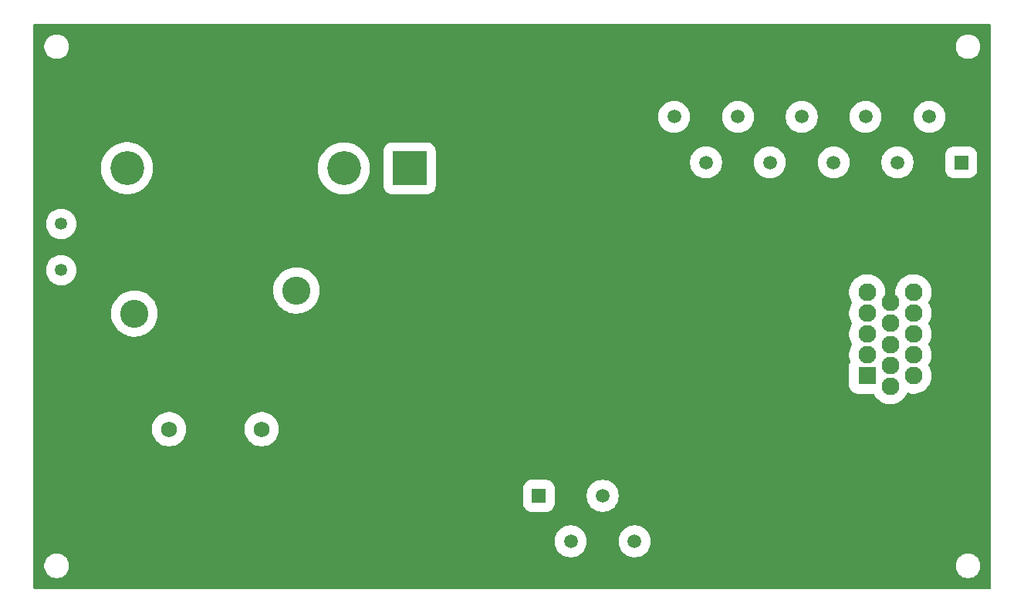
<source format=gbl>
%TF.GenerationSoftware,KiCad,Pcbnew,9.0.2*%
%TF.CreationDate,2025-06-28T00:07:33+08:00*%
%TF.ProjectId,KAPTON-HEATERV2,4b415054-4f4e-42d4-9845-415445525632,rev?*%
%TF.SameCoordinates,Original*%
%TF.FileFunction,Copper,L2,Bot*%
%TF.FilePolarity,Positive*%
%FSLAX46Y46*%
G04 Gerber Fmt 4.6, Leading zero omitted, Abs format (unit mm)*
G04 Created by KiCad (PCBNEW 9.0.2) date 2025-06-28 00:07:33*
%MOMM*%
%LPD*%
G01*
G04 APERTURE LIST*
%TA.AperFunction,ComponentPad*%
%ADD10C,1.508000*%
%TD*%
%TA.AperFunction,ComponentPad*%
%ADD11R,1.508000X1.508000*%
%TD*%
%TA.AperFunction,ComponentPad*%
%ADD12R,3.716000X3.716000*%
%TD*%
%TA.AperFunction,ComponentPad*%
%ADD13C,3.716000*%
%TD*%
%TA.AperFunction,ComponentPad*%
%ADD14O,1.200000X2.400000*%
%TD*%
%TA.AperFunction,ComponentPad*%
%ADD15R,1.950000X1.950000*%
%TD*%
%TA.AperFunction,ComponentPad*%
%ADD16C,1.950000*%
%TD*%
%TA.AperFunction,ComponentPad*%
%ADD17C,4.216000*%
%TD*%
%TA.AperFunction,ComponentPad*%
%ADD18C,1.350000*%
%TD*%
%TA.AperFunction,ComponentPad*%
%ADD19C,1.755000*%
%TD*%
%TA.AperFunction,ComponentPad*%
%ADD20C,3.090000*%
%TD*%
%TA.AperFunction,ViaPad*%
%ADD21C,2.000000*%
%TD*%
G04 APERTURE END LIST*
D10*
%TO.P,J3,10,10*%
%TO.N,Current Vout*%
X164750000Y-79700000D03*
%TO.P,J3,9,9*%
%TO.N,TH9*%
X168250000Y-84700000D03*
%TO.P,J3,8,8*%
%TO.N,TH8*%
X171750000Y-79700000D03*
%TO.P,J3,7,7*%
%TO.N,TH7*%
X175250000Y-84700000D03*
%TO.P,J3,6,6*%
%TO.N,TH6*%
X178750000Y-79700000D03*
%TO.P,J3,5,5*%
%TO.N,TH5*%
X182250000Y-84700000D03*
%TO.P,J3,4,4*%
%TO.N,TH4*%
X185750000Y-79700000D03*
%TO.P,J3,3,3*%
%TO.N,TH3*%
X189250000Y-84700000D03*
%TO.P,J3,2,2*%
%TO.N,TH2*%
X192750000Y-79700000D03*
D11*
%TO.P,J3,1,1*%
%TO.N,TH1*%
X196250000Y-84700000D03*
%TD*%
D12*
%TO.P,J1,1,+*%
%TO.N,/24V*%
X135722500Y-85360000D03*
D13*
%TO.P,J1,2,-*%
%TO.N,SHUNT HIGH*%
X128522500Y-85360000D03*
D14*
%TO.P,J1,S1*%
%TO.N,GND*%
X138872500Y-79360000D03*
%TO.P,J1,S2*%
X125372500Y-79360000D03*
%TD*%
D11*
%TO.P,J4,1,1*%
%TO.N,PWM*%
X149910000Y-121311750D03*
D10*
%TO.P,J4,2,2*%
%TO.N,RELAY*%
X153410000Y-126311750D03*
%TO.P,J4,3,3*%
%TO.N,10V*%
X156910000Y-121311750D03*
%TO.P,J4,4,4*%
%TO.N,5V*%
X160410000Y-126311750D03*
%TD*%
D15*
%TO.P,J5,1,1*%
%TO.N,TH1*%
X185920000Y-108121750D03*
D16*
%TO.P,J5,2,2*%
%TO.N,TH2*%
X185920000Y-105831750D03*
%TO.P,J5,3,3*%
%TO.N,TH3*%
X185920000Y-103541750D03*
%TO.P,J5,4,4*%
%TO.N,TH4*%
X185920000Y-101251750D03*
%TO.P,J5,5,5*%
%TO.N,TH5*%
X185920000Y-98961750D03*
%TO.P,J5,6,6*%
%TO.N,unconnected-(J5-Pad6)*%
X188460000Y-109261750D03*
%TO.P,J5,7,7*%
%TO.N,unconnected-(J5-Pad7)*%
X188460000Y-106971750D03*
%TO.P,J5,8,8*%
%TO.N,unconnected-(J5-Pad8)*%
X188460000Y-104681750D03*
%TO.P,J5,9,9*%
%TO.N,unconnected-(J5-Pad9)*%
X188460000Y-102391750D03*
%TO.P,J5,10,10*%
%TO.N,GND*%
X188460000Y-100101750D03*
%TO.P,J5,11,11*%
%TO.N,5V*%
X191000000Y-108121750D03*
%TO.P,J5,12,12*%
%TO.N,TH9*%
X191000000Y-105831750D03*
%TO.P,J5,13,13*%
%TO.N,TH8*%
X191000000Y-103541750D03*
%TO.P,J5,14,14*%
%TO.N,TH7*%
X191000000Y-101251750D03*
%TO.P,J5,15,15*%
%TO.N,TH6*%
X191000000Y-98961750D03*
D17*
%TO.P,J5,S1,SHIELD*%
%TO.N,GND*%
X188460000Y-116281750D03*
%TO.P,J5,S2,SHIELD__1*%
X188460000Y-91291750D03*
%TD*%
D18*
%TO.P,F1,1*%
%TO.N,Net-(J2--)*%
X97500000Y-91460000D03*
%TO.P,F1,2*%
%TO.N,Net-(K1-COM)*%
X97500000Y-96540000D03*
%TD*%
D12*
%TO.P,J2,1,+*%
%TO.N,GND*%
X111930000Y-85341750D03*
D13*
%TO.P,J2,2,-*%
%TO.N,Net-(J2--)*%
X104730000Y-85341750D03*
D14*
%TO.P,J2,S1*%
%TO.N,GND*%
X115080000Y-79341750D03*
%TO.P,J2,S2*%
X101580000Y-79341750D03*
%TD*%
D19*
%TO.P,K1,1,COIL_1*%
%TO.N,5V*%
X119500000Y-114000000D03*
%TO.P,K1,2,COIL_2*%
%TO.N,Net-(D1-A)*%
X109340000Y-114000000D03*
D20*
%TO.P,K1,3,COM*%
%TO.N,Net-(K1-COM)*%
X105530000Y-101300000D03*
%TO.P,K1,4,NO*%
%TO.N,/24V*%
X123310000Y-98760000D03*
%TD*%
D21*
%TO.N,GND*%
X156420000Y-82741750D03*
X164420000Y-105741750D03*
X179025000Y-107741750D03*
X164420000Y-103241750D03*
X133920000Y-112241750D03*
X158400000Y-72400000D03*
X165620000Y-121041750D03*
X138000000Y-112241750D03*
X149920000Y-82741750D03*
X130490000Y-124261750D03*
X153420000Y-118241750D03*
X133377500Y-121521750D03*
X161920000Y-100741750D03*
X182000000Y-107741750D03*
X161920000Y-108241750D03*
X156420000Y-85741750D03*
X161920000Y-105741750D03*
X153420000Y-120741750D03*
X161920000Y-103241750D03*
X149920000Y-75741750D03*
X148920000Y-113241750D03*
X169020000Y-121041750D03*
%TD*%
%TA.AperFunction,Conductor*%
%TO.N,GND*%
G36*
X199402539Y-69501935D02*
G01*
X199448294Y-69554739D01*
X199459500Y-69606250D01*
X199459500Y-131457250D01*
X199439815Y-131524289D01*
X199387011Y-131570044D01*
X199335500Y-131581250D01*
X94584500Y-131581250D01*
X94517461Y-131561565D01*
X94471706Y-131508761D01*
X94460500Y-131457250D01*
X94460500Y-128893713D01*
X95649500Y-128893713D01*
X95649500Y-129106286D01*
X95682753Y-129316239D01*
X95748444Y-129518414D01*
X95844951Y-129707820D01*
X95969890Y-129879786D01*
X96120213Y-130030109D01*
X96292179Y-130155048D01*
X96292181Y-130155049D01*
X96292184Y-130155051D01*
X96481588Y-130251557D01*
X96683757Y-130317246D01*
X96893713Y-130350500D01*
X96893714Y-130350500D01*
X97106286Y-130350500D01*
X97106287Y-130350500D01*
X97316243Y-130317246D01*
X97518412Y-130251557D01*
X97707816Y-130155051D01*
X97729789Y-130139086D01*
X97879786Y-130030109D01*
X97879788Y-130030106D01*
X97879792Y-130030104D01*
X98030104Y-129879792D01*
X98030106Y-129879788D01*
X98030109Y-129879786D01*
X98155048Y-129707820D01*
X98155047Y-129707820D01*
X98155051Y-129707816D01*
X98251557Y-129518412D01*
X98317246Y-129316243D01*
X98350500Y-129106287D01*
X98350500Y-128893713D01*
X195649500Y-128893713D01*
X195649500Y-129106286D01*
X195682753Y-129316239D01*
X195748444Y-129518414D01*
X195844951Y-129707820D01*
X195969890Y-129879786D01*
X196120213Y-130030109D01*
X196292179Y-130155048D01*
X196292181Y-130155049D01*
X196292184Y-130155051D01*
X196481588Y-130251557D01*
X196683757Y-130317246D01*
X196893713Y-130350500D01*
X196893714Y-130350500D01*
X197106286Y-130350500D01*
X197106287Y-130350500D01*
X197316243Y-130317246D01*
X197518412Y-130251557D01*
X197707816Y-130155051D01*
X197729789Y-130139086D01*
X197879786Y-130030109D01*
X197879788Y-130030106D01*
X197879792Y-130030104D01*
X198030104Y-129879792D01*
X198030106Y-129879788D01*
X198030109Y-129879786D01*
X198155048Y-129707820D01*
X198155047Y-129707820D01*
X198155051Y-129707816D01*
X198251557Y-129518412D01*
X198317246Y-129316243D01*
X198350500Y-129106287D01*
X198350500Y-128893713D01*
X198317246Y-128683757D01*
X198251557Y-128481588D01*
X198155051Y-128292184D01*
X198155049Y-128292181D01*
X198155048Y-128292179D01*
X198030109Y-128120213D01*
X197879786Y-127969890D01*
X197707820Y-127844951D01*
X197518414Y-127748444D01*
X197518413Y-127748443D01*
X197518412Y-127748443D01*
X197316243Y-127682754D01*
X197316241Y-127682753D01*
X197316240Y-127682753D01*
X197154957Y-127657208D01*
X197106287Y-127649500D01*
X196893713Y-127649500D01*
X196845042Y-127657208D01*
X196683760Y-127682753D01*
X196481585Y-127748444D01*
X196292179Y-127844951D01*
X196120213Y-127969890D01*
X195969890Y-128120213D01*
X195844951Y-128292179D01*
X195748444Y-128481585D01*
X195682753Y-128683760D01*
X195649500Y-128893713D01*
X98350500Y-128893713D01*
X98317246Y-128683757D01*
X98251557Y-128481588D01*
X98155051Y-128292184D01*
X98155049Y-128292181D01*
X98155048Y-128292179D01*
X98030109Y-128120213D01*
X97879786Y-127969890D01*
X97707820Y-127844951D01*
X97518414Y-127748444D01*
X97518413Y-127748443D01*
X97518412Y-127748443D01*
X97316243Y-127682754D01*
X97316241Y-127682753D01*
X97316240Y-127682753D01*
X97154957Y-127657208D01*
X97106287Y-127649500D01*
X96893713Y-127649500D01*
X96845042Y-127657208D01*
X96683760Y-127682753D01*
X96481585Y-127748444D01*
X96292179Y-127844951D01*
X96120213Y-127969890D01*
X95969890Y-128120213D01*
X95844951Y-128292179D01*
X95748444Y-128481585D01*
X95682753Y-128683760D01*
X95649500Y-128893713D01*
X94460500Y-128893713D01*
X94460500Y-126196760D01*
X151655500Y-126196760D01*
X151655500Y-126426739D01*
X151655501Y-126426755D01*
X151685518Y-126654759D01*
X151685519Y-126654764D01*
X151685520Y-126654770D01*
X151685521Y-126654772D01*
X151745046Y-126876925D01*
X151745049Y-126876935D01*
X151833057Y-127089404D01*
X151833061Y-127089414D01*
X151948055Y-127288589D01*
X152088064Y-127471053D01*
X152088070Y-127471060D01*
X152250689Y-127633679D01*
X152250696Y-127633685D01*
X152433160Y-127773694D01*
X152632335Y-127888688D01*
X152632336Y-127888688D01*
X152632339Y-127888690D01*
X152796682Y-127956763D01*
X152828373Y-127969890D01*
X152844824Y-127976704D01*
X153066980Y-128036230D01*
X153295004Y-128066250D01*
X153295011Y-128066250D01*
X153524989Y-128066250D01*
X153524996Y-128066250D01*
X153753020Y-128036230D01*
X153975176Y-127976704D01*
X154187661Y-127888690D01*
X154386840Y-127773694D01*
X154569305Y-127633684D01*
X154731934Y-127471055D01*
X154871944Y-127288590D01*
X154986940Y-127089411D01*
X155074954Y-126876926D01*
X155134480Y-126654770D01*
X155164500Y-126426746D01*
X155164500Y-126196760D01*
X158655500Y-126196760D01*
X158655500Y-126426739D01*
X158655501Y-126426755D01*
X158685518Y-126654759D01*
X158685519Y-126654764D01*
X158685520Y-126654770D01*
X158685521Y-126654772D01*
X158745046Y-126876925D01*
X158745049Y-126876935D01*
X158833057Y-127089404D01*
X158833061Y-127089414D01*
X158948055Y-127288589D01*
X159088064Y-127471053D01*
X159088070Y-127471060D01*
X159250689Y-127633679D01*
X159250696Y-127633685D01*
X159433160Y-127773694D01*
X159632335Y-127888688D01*
X159632336Y-127888688D01*
X159632339Y-127888690D01*
X159796682Y-127956763D01*
X159828373Y-127969890D01*
X159844824Y-127976704D01*
X160066980Y-128036230D01*
X160295004Y-128066250D01*
X160295011Y-128066250D01*
X160524989Y-128066250D01*
X160524996Y-128066250D01*
X160753020Y-128036230D01*
X160975176Y-127976704D01*
X161187661Y-127888690D01*
X161386840Y-127773694D01*
X161569305Y-127633684D01*
X161731934Y-127471055D01*
X161871944Y-127288590D01*
X161986940Y-127089411D01*
X162074954Y-126876926D01*
X162134480Y-126654770D01*
X162164500Y-126426746D01*
X162164500Y-126196754D01*
X162134480Y-125968730D01*
X162074954Y-125746574D01*
X161986940Y-125534089D01*
X161871944Y-125334910D01*
X161731934Y-125152445D01*
X161731929Y-125152439D01*
X161569310Y-124989820D01*
X161569303Y-124989814D01*
X161386839Y-124849805D01*
X161187664Y-124734811D01*
X161187654Y-124734807D01*
X160975185Y-124646799D01*
X160975178Y-124646797D01*
X160975176Y-124646796D01*
X160753020Y-124587270D01*
X160753014Y-124587269D01*
X160753009Y-124587268D01*
X160525005Y-124557251D01*
X160525002Y-124557250D01*
X160524996Y-124557250D01*
X160295004Y-124557250D01*
X160294998Y-124557250D01*
X160294994Y-124557251D01*
X160066990Y-124587268D01*
X160066983Y-124587269D01*
X160066980Y-124587270D01*
X159844824Y-124646796D01*
X159844814Y-124646799D01*
X159632345Y-124734807D01*
X159632335Y-124734811D01*
X159433160Y-124849805D01*
X159250696Y-124989814D01*
X159250689Y-124989820D01*
X159088070Y-125152439D01*
X159088064Y-125152446D01*
X158948055Y-125334910D01*
X158833061Y-125534085D01*
X158833057Y-125534095D01*
X158745049Y-125746564D01*
X158745046Y-125746574D01*
X158685521Y-125968727D01*
X158685518Y-125968740D01*
X158655501Y-126196744D01*
X158655500Y-126196760D01*
X155164500Y-126196760D01*
X155164500Y-126196754D01*
X155134480Y-125968730D01*
X155074954Y-125746574D01*
X154986940Y-125534089D01*
X154871944Y-125334910D01*
X154731934Y-125152445D01*
X154731929Y-125152439D01*
X154569310Y-124989820D01*
X154569303Y-124989814D01*
X154386839Y-124849805D01*
X154187664Y-124734811D01*
X154187654Y-124734807D01*
X153975185Y-124646799D01*
X153975178Y-124646797D01*
X153975176Y-124646796D01*
X153753020Y-124587270D01*
X153753014Y-124587269D01*
X153753009Y-124587268D01*
X153525005Y-124557251D01*
X153525002Y-124557250D01*
X153524996Y-124557250D01*
X153295004Y-124557250D01*
X153294998Y-124557250D01*
X153294994Y-124557251D01*
X153066990Y-124587268D01*
X153066983Y-124587269D01*
X153066980Y-124587270D01*
X152844824Y-124646796D01*
X152844814Y-124646799D01*
X152632345Y-124734807D01*
X152632335Y-124734811D01*
X152433160Y-124849805D01*
X152250696Y-124989814D01*
X152250689Y-124989820D01*
X152088070Y-125152439D01*
X152088064Y-125152446D01*
X151948055Y-125334910D01*
X151833061Y-125534085D01*
X151833057Y-125534095D01*
X151745049Y-125746564D01*
X151745046Y-125746574D01*
X151685521Y-125968727D01*
X151685518Y-125968740D01*
X151655501Y-126196744D01*
X151655500Y-126196760D01*
X94460500Y-126196760D01*
X94460500Y-120499716D01*
X148155500Y-120499716D01*
X148155500Y-122123778D01*
X148155501Y-122123784D01*
X148166113Y-122243165D01*
X148222089Y-122438795D01*
X148222090Y-122438798D01*
X148222091Y-122438799D01*
X148316302Y-122619157D01*
X148316304Y-122619159D01*
X148444890Y-122776859D01*
X148538803Y-122853434D01*
X148602593Y-122905448D01*
X148782951Y-122999659D01*
X148978582Y-123055636D01*
X149097963Y-123066250D01*
X150722036Y-123066249D01*
X150841418Y-123055636D01*
X151037049Y-122999659D01*
X151217407Y-122905448D01*
X151375109Y-122776859D01*
X151503698Y-122619157D01*
X151597909Y-122438799D01*
X151653886Y-122243168D01*
X151664500Y-122123787D01*
X151664499Y-121196760D01*
X155155500Y-121196760D01*
X155155500Y-121426739D01*
X155155501Y-121426755D01*
X155185518Y-121654759D01*
X155185519Y-121654764D01*
X155185520Y-121654770D01*
X155185521Y-121654772D01*
X155245046Y-121876925D01*
X155245049Y-121876935D01*
X155333057Y-122089404D01*
X155333061Y-122089414D01*
X155448055Y-122288589D01*
X155588064Y-122471053D01*
X155588070Y-122471060D01*
X155750689Y-122633679D01*
X155750696Y-122633685D01*
X155933160Y-122773694D01*
X156132335Y-122888688D01*
X156132336Y-122888688D01*
X156132339Y-122888690D01*
X156344824Y-122976704D01*
X156566980Y-123036230D01*
X156795004Y-123066250D01*
X156795011Y-123066250D01*
X157024989Y-123066250D01*
X157024996Y-123066250D01*
X157253020Y-123036230D01*
X157475176Y-122976704D01*
X157687661Y-122888690D01*
X157886840Y-122773694D01*
X158069305Y-122633684D01*
X158231934Y-122471055D01*
X158371944Y-122288590D01*
X158486940Y-122089411D01*
X158574954Y-121876926D01*
X158634480Y-121654770D01*
X158664500Y-121426746D01*
X158664500Y-121196754D01*
X158634480Y-120968730D01*
X158574954Y-120746574D01*
X158486940Y-120534089D01*
X158371944Y-120334910D01*
X158231934Y-120152445D01*
X158231929Y-120152439D01*
X158069310Y-119989820D01*
X158069303Y-119989814D01*
X157886839Y-119849805D01*
X157687664Y-119734811D01*
X157687654Y-119734807D01*
X157475185Y-119646799D01*
X157475178Y-119646797D01*
X157475176Y-119646796D01*
X157253020Y-119587270D01*
X157253014Y-119587269D01*
X157253009Y-119587268D01*
X157025005Y-119557251D01*
X157025002Y-119557250D01*
X157024996Y-119557250D01*
X156795004Y-119557250D01*
X156794998Y-119557250D01*
X156794994Y-119557251D01*
X156566990Y-119587268D01*
X156566983Y-119587269D01*
X156566980Y-119587270D01*
X156430494Y-119623841D01*
X156344824Y-119646796D01*
X156344814Y-119646799D01*
X156132345Y-119734807D01*
X156132335Y-119734811D01*
X155933160Y-119849805D01*
X155750696Y-119989814D01*
X155750689Y-119989820D01*
X155588070Y-120152439D01*
X155588064Y-120152446D01*
X155448055Y-120334910D01*
X155333061Y-120534085D01*
X155333057Y-120534095D01*
X155245049Y-120746564D01*
X155245046Y-120746574D01*
X155185521Y-120968727D01*
X155185518Y-120968740D01*
X155155501Y-121196744D01*
X155155500Y-121196760D01*
X151664499Y-121196760D01*
X151664499Y-120499714D01*
X151653886Y-120380332D01*
X151597909Y-120184701D01*
X151503698Y-120004343D01*
X151451684Y-119940553D01*
X151375109Y-119846640D01*
X151217409Y-119718054D01*
X151217410Y-119718054D01*
X151217407Y-119718052D01*
X151037049Y-119623841D01*
X151037048Y-119623840D01*
X151037045Y-119623839D01*
X150909232Y-119587268D01*
X150841418Y-119567864D01*
X150841415Y-119567863D01*
X150841413Y-119567863D01*
X150775102Y-119561967D01*
X150722037Y-119557250D01*
X150722032Y-119557250D01*
X149097971Y-119557250D01*
X149097965Y-119557250D01*
X149097964Y-119557251D01*
X149086316Y-119558286D01*
X148978584Y-119567863D01*
X148782954Y-119623839D01*
X148739000Y-119646799D01*
X148602593Y-119718052D01*
X148602591Y-119718053D01*
X148602590Y-119718054D01*
X148444890Y-119846640D01*
X148316304Y-120004340D01*
X148222089Y-120184704D01*
X148166114Y-120380333D01*
X148166113Y-120380336D01*
X148155500Y-120499716D01*
X94460500Y-120499716D01*
X94460500Y-113876915D01*
X107462000Y-113876915D01*
X107462000Y-114123084D01*
X107462001Y-114123100D01*
X107494131Y-114367155D01*
X107494132Y-114367160D01*
X107494133Y-114367166D01*
X107494134Y-114367168D01*
X107557848Y-114604956D01*
X107652056Y-114832394D01*
X107652060Y-114832404D01*
X107775148Y-115045599D01*
X107925013Y-115240907D01*
X107925019Y-115240914D01*
X108099085Y-115414980D01*
X108099092Y-115414986D01*
X108294400Y-115564851D01*
X108507595Y-115687939D01*
X108507596Y-115687939D01*
X108507599Y-115687941D01*
X108735041Y-115782151D01*
X108972834Y-115845867D01*
X109216909Y-115878000D01*
X109216916Y-115878000D01*
X109463084Y-115878000D01*
X109463091Y-115878000D01*
X109707166Y-115845867D01*
X109944959Y-115782151D01*
X110172401Y-115687941D01*
X110385600Y-115564851D01*
X110580909Y-115414985D01*
X110754985Y-115240909D01*
X110904851Y-115045600D01*
X111027941Y-114832401D01*
X111122151Y-114604959D01*
X111185867Y-114367166D01*
X111218000Y-114123091D01*
X111218000Y-113876915D01*
X117622000Y-113876915D01*
X117622000Y-114123084D01*
X117622001Y-114123100D01*
X117654131Y-114367155D01*
X117654132Y-114367160D01*
X117654133Y-114367166D01*
X117654134Y-114367168D01*
X117717848Y-114604956D01*
X117812056Y-114832394D01*
X117812060Y-114832404D01*
X117935148Y-115045599D01*
X118085013Y-115240907D01*
X118085019Y-115240914D01*
X118259085Y-115414980D01*
X118259092Y-115414986D01*
X118454400Y-115564851D01*
X118667595Y-115687939D01*
X118667596Y-115687939D01*
X118667599Y-115687941D01*
X118895041Y-115782151D01*
X119132834Y-115845867D01*
X119376909Y-115878000D01*
X119376916Y-115878000D01*
X119623084Y-115878000D01*
X119623091Y-115878000D01*
X119867166Y-115845867D01*
X120104959Y-115782151D01*
X120332401Y-115687941D01*
X120545600Y-115564851D01*
X120740909Y-115414985D01*
X120914985Y-115240909D01*
X121064851Y-115045600D01*
X121187941Y-114832401D01*
X121282151Y-114604959D01*
X121345867Y-114367166D01*
X121378000Y-114123091D01*
X121378000Y-113876909D01*
X121345867Y-113632834D01*
X121282151Y-113395041D01*
X121187941Y-113167599D01*
X121064851Y-112954400D01*
X120914985Y-112759091D01*
X120914980Y-112759085D01*
X120740914Y-112585019D01*
X120740907Y-112585013D01*
X120545599Y-112435148D01*
X120332404Y-112312060D01*
X120332394Y-112312056D01*
X120265786Y-112284466D01*
X120104959Y-112217849D01*
X120104957Y-112217848D01*
X120104956Y-112217848D01*
X120034311Y-112198919D01*
X119867166Y-112154133D01*
X119867160Y-112154132D01*
X119867155Y-112154131D01*
X119623100Y-112122001D01*
X119623097Y-112122000D01*
X119623091Y-112122000D01*
X119376909Y-112122000D01*
X119376903Y-112122000D01*
X119376899Y-112122001D01*
X119132844Y-112154131D01*
X119132837Y-112154132D01*
X119132834Y-112154133D01*
X119062186Y-112173062D01*
X118895043Y-112217848D01*
X118667605Y-112312056D01*
X118667595Y-112312060D01*
X118454400Y-112435148D01*
X118259092Y-112585013D01*
X118259085Y-112585019D01*
X118085019Y-112759085D01*
X118085013Y-112759092D01*
X117935148Y-112954400D01*
X117812060Y-113167595D01*
X117812056Y-113167605D01*
X117717848Y-113395043D01*
X117654134Y-113632831D01*
X117654131Y-113632844D01*
X117622001Y-113876899D01*
X117622000Y-113876915D01*
X111218000Y-113876915D01*
X111218000Y-113876909D01*
X111185867Y-113632834D01*
X111122151Y-113395041D01*
X111027941Y-113167599D01*
X110904851Y-112954400D01*
X110754985Y-112759091D01*
X110754980Y-112759085D01*
X110580914Y-112585019D01*
X110580907Y-112585013D01*
X110385599Y-112435148D01*
X110172404Y-112312060D01*
X110172394Y-112312056D01*
X110105786Y-112284466D01*
X109944959Y-112217849D01*
X109944957Y-112217848D01*
X109944956Y-112217848D01*
X109874311Y-112198919D01*
X109707166Y-112154133D01*
X109707160Y-112154132D01*
X109707155Y-112154131D01*
X109463100Y-112122001D01*
X109463097Y-112122000D01*
X109463091Y-112122000D01*
X109216909Y-112122000D01*
X109216903Y-112122000D01*
X109216899Y-112122001D01*
X108972844Y-112154131D01*
X108972837Y-112154132D01*
X108972834Y-112154133D01*
X108902186Y-112173062D01*
X108735043Y-112217848D01*
X108507605Y-112312056D01*
X108507595Y-112312060D01*
X108294400Y-112435148D01*
X108099092Y-112585013D01*
X108099085Y-112585019D01*
X107925019Y-112759085D01*
X107925013Y-112759092D01*
X107775148Y-112954400D01*
X107652060Y-113167595D01*
X107652056Y-113167605D01*
X107557848Y-113395043D01*
X107494134Y-113632831D01*
X107494131Y-113632844D01*
X107462001Y-113876899D01*
X107462000Y-113876915D01*
X94460500Y-113876915D01*
X94460500Y-101157041D01*
X102984500Y-101157041D01*
X102984500Y-101442958D01*
X103016508Y-101727044D01*
X103016511Y-101727058D01*
X103080130Y-102005794D01*
X103080131Y-102005796D01*
X103174559Y-102275658D01*
X103174561Y-102275662D01*
X103298604Y-102533241D01*
X103298608Y-102533247D01*
X103450719Y-102775329D01*
X103628977Y-102998858D01*
X103831142Y-103201023D01*
X104054671Y-103379281D01*
X104296753Y-103531392D01*
X104296758Y-103531395D01*
X104554337Y-103655438D01*
X104554341Y-103655440D01*
X104554344Y-103655441D01*
X104824205Y-103749869D01*
X105102941Y-103813489D01*
X105102950Y-103813490D01*
X105102955Y-103813491D01*
X105292345Y-103834829D01*
X105387042Y-103845499D01*
X105387045Y-103845500D01*
X105387048Y-103845500D01*
X105672955Y-103845500D01*
X105672956Y-103845499D01*
X105818149Y-103829140D01*
X105957044Y-103813491D01*
X105957047Y-103813490D01*
X105957059Y-103813489D01*
X106235795Y-103749869D01*
X106505656Y-103655441D01*
X106763247Y-103531392D01*
X107005329Y-103379281D01*
X107228858Y-103201023D01*
X107431023Y-102998858D01*
X107609281Y-102775329D01*
X107761392Y-102533247D01*
X107885441Y-102275656D01*
X107979869Y-102005795D01*
X108043489Y-101727059D01*
X108075500Y-101442952D01*
X108075500Y-101157048D01*
X108064829Y-101062345D01*
X108043491Y-100872955D01*
X108043490Y-100872950D01*
X108043489Y-100872941D01*
X107979869Y-100594205D01*
X107885441Y-100324344D01*
X107842573Y-100235327D01*
X107761395Y-100066758D01*
X107761392Y-100066753D01*
X107609281Y-99824671D01*
X107431023Y-99601142D01*
X107228858Y-99398977D01*
X107005329Y-99220719D01*
X106763247Y-99068608D01*
X106763248Y-99068608D01*
X106763241Y-99068604D01*
X106505662Y-98944561D01*
X106505658Y-98944559D01*
X106235796Y-98850131D01*
X106235794Y-98850130D01*
X106020678Y-98801031D01*
X105957059Y-98786511D01*
X105957056Y-98786510D01*
X105957044Y-98786508D01*
X105672958Y-98754500D01*
X105672952Y-98754500D01*
X105387048Y-98754500D01*
X105387041Y-98754500D01*
X105102955Y-98786508D01*
X105102941Y-98786511D01*
X104824205Y-98850130D01*
X104824203Y-98850131D01*
X104554341Y-98944559D01*
X104554337Y-98944561D01*
X104296758Y-99068604D01*
X104054672Y-99220718D01*
X103831142Y-99398976D01*
X103628976Y-99601142D01*
X103450718Y-99824672D01*
X103298604Y-100066758D01*
X103174561Y-100324337D01*
X103174559Y-100324341D01*
X103080131Y-100594203D01*
X103080130Y-100594205D01*
X103016511Y-100872941D01*
X103016508Y-100872955D01*
X102984500Y-101157041D01*
X94460500Y-101157041D01*
X94460500Y-98617041D01*
X120764500Y-98617041D01*
X120764500Y-98902958D01*
X120796508Y-99187044D01*
X120796510Y-99187056D01*
X120796511Y-99187059D01*
X120804194Y-99220719D01*
X120860130Y-99465794D01*
X120860131Y-99465796D01*
X120954559Y-99735658D01*
X120954561Y-99735662D01*
X121078604Y-99993241D01*
X121078608Y-99993247D01*
X121230719Y-100235329D01*
X121301704Y-100324341D01*
X121401953Y-100450051D01*
X121408977Y-100458858D01*
X121611142Y-100661023D01*
X121834671Y-100839281D01*
X121888263Y-100872955D01*
X122076758Y-100991395D01*
X122334337Y-101115438D01*
X122334341Y-101115440D01*
X122372702Y-101128863D01*
X122604205Y-101209869D01*
X122882941Y-101273489D01*
X122882950Y-101273490D01*
X122882955Y-101273491D01*
X123072345Y-101294829D01*
X123167042Y-101305499D01*
X123167045Y-101305500D01*
X123167048Y-101305500D01*
X123452955Y-101305500D01*
X123452956Y-101305499D01*
X123598149Y-101289140D01*
X123737044Y-101273491D01*
X123737047Y-101273490D01*
X123737059Y-101273489D01*
X124015795Y-101209869D01*
X124285656Y-101115441D01*
X124543247Y-100991392D01*
X124785329Y-100839281D01*
X125008858Y-100661023D01*
X125211023Y-100458858D01*
X125389281Y-100235329D01*
X125541392Y-99993247D01*
X125665441Y-99735656D01*
X125759869Y-99465795D01*
X125823489Y-99187059D01*
X125855500Y-98902952D01*
X125855500Y-98832275D01*
X183944500Y-98832275D01*
X183944500Y-99091224D01*
X183944501Y-99091241D01*
X183978299Y-99347967D01*
X183978300Y-99347972D01*
X183978301Y-99347978D01*
X183978302Y-99347980D01*
X184045324Y-99598114D01*
X184144423Y-99837359D01*
X184144427Y-99837369D01*
X184264158Y-100044750D01*
X184280631Y-100112651D01*
X184264158Y-100168750D01*
X184144427Y-100376130D01*
X184144423Y-100376140D01*
X184045324Y-100615385D01*
X183978302Y-100865519D01*
X183978299Y-100865532D01*
X183944501Y-101122258D01*
X183944500Y-101122275D01*
X183944500Y-101381224D01*
X183944501Y-101381241D01*
X183978299Y-101637967D01*
X183978300Y-101637972D01*
X183978301Y-101637978D01*
X183978302Y-101637980D01*
X184045324Y-101888114D01*
X184144423Y-102127359D01*
X184144427Y-102127369D01*
X184264158Y-102334750D01*
X184280631Y-102402651D01*
X184264158Y-102458750D01*
X184144427Y-102666130D01*
X184144423Y-102666140D01*
X184045324Y-102905385D01*
X183978302Y-103155519D01*
X183978299Y-103155532D01*
X183944501Y-103412258D01*
X183944500Y-103412275D01*
X183944500Y-103671224D01*
X183944501Y-103671241D01*
X183978299Y-103927967D01*
X183978300Y-103927972D01*
X183978301Y-103927978D01*
X183978302Y-103927980D01*
X184045324Y-104178114D01*
X184144423Y-104417359D01*
X184144427Y-104417369D01*
X184264158Y-104624750D01*
X184280631Y-104692651D01*
X184264158Y-104748750D01*
X184144427Y-104956130D01*
X184144423Y-104956140D01*
X184045324Y-105195385D01*
X183978302Y-105445519D01*
X183978299Y-105445532D01*
X183944501Y-105702258D01*
X183944500Y-105702275D01*
X183944500Y-105961224D01*
X183944501Y-105961241D01*
X183978299Y-106217967D01*
X183978300Y-106217972D01*
X183978301Y-106217978D01*
X184045325Y-106468115D01*
X184045328Y-106468125D01*
X184078612Y-106548478D01*
X184086081Y-106617947D01*
X184073960Y-106653341D01*
X184011090Y-106773701D01*
X184011090Y-106773703D01*
X183955114Y-106969333D01*
X183955113Y-106969336D01*
X183944500Y-107088716D01*
X183944500Y-109154778D01*
X183944501Y-109154784D01*
X183955113Y-109274165D01*
X184011089Y-109469795D01*
X184011090Y-109469798D01*
X184011091Y-109469799D01*
X184105302Y-109650157D01*
X184105304Y-109650159D01*
X184233890Y-109807859D01*
X184327803Y-109884434D01*
X184391593Y-109936448D01*
X184571951Y-110030659D01*
X184767582Y-110086636D01*
X184886963Y-110097250D01*
X186589672Y-110097249D01*
X186656711Y-110116934D01*
X186697059Y-110159249D01*
X186813906Y-110361633D01*
X186971551Y-110567081D01*
X186971557Y-110567088D01*
X187154661Y-110750192D01*
X187154668Y-110750198D01*
X187360116Y-110907843D01*
X187584380Y-111037322D01*
X187584381Y-111037322D01*
X187584384Y-111037324D01*
X187823634Y-111136425D01*
X188073772Y-111203449D01*
X188330519Y-111237250D01*
X188330526Y-111237250D01*
X188589474Y-111237250D01*
X188589481Y-111237250D01*
X188846228Y-111203449D01*
X189096366Y-111136425D01*
X189335616Y-111037324D01*
X189559884Y-110907843D01*
X189765333Y-110750197D01*
X189948447Y-110567083D01*
X190106093Y-110361634D01*
X190235574Y-110137366D01*
X190252191Y-110097249D01*
X190259300Y-110080087D01*
X190303140Y-110025683D01*
X190369434Y-110003618D01*
X190405950Y-110007763D01*
X190613772Y-110063449D01*
X190870519Y-110097250D01*
X190870526Y-110097250D01*
X191129474Y-110097250D01*
X191129481Y-110097250D01*
X191386228Y-110063449D01*
X191636366Y-109996425D01*
X191875616Y-109897324D01*
X192099884Y-109767843D01*
X192305333Y-109610197D01*
X192488447Y-109427083D01*
X192646093Y-109221634D01*
X192775574Y-108997366D01*
X192874675Y-108758116D01*
X192941699Y-108507978D01*
X192975500Y-108251231D01*
X192975500Y-107992269D01*
X192941699Y-107735522D01*
X192874675Y-107485384D01*
X192775574Y-107246134D01*
X192655839Y-107038747D01*
X192639367Y-106970850D01*
X192655838Y-106914753D01*
X192775574Y-106707366D01*
X192874675Y-106468116D01*
X192941699Y-106217978D01*
X192975500Y-105961231D01*
X192975500Y-105702269D01*
X192941699Y-105445522D01*
X192874675Y-105195384D01*
X192775574Y-104956134D01*
X192655839Y-104748747D01*
X192639367Y-104680850D01*
X192655838Y-104624753D01*
X192775574Y-104417366D01*
X192874675Y-104178116D01*
X192941699Y-103927978D01*
X192975500Y-103671231D01*
X192975500Y-103412269D01*
X192941699Y-103155522D01*
X192874675Y-102905384D01*
X192775574Y-102666134D01*
X192655839Y-102458747D01*
X192639367Y-102390850D01*
X192655838Y-102334753D01*
X192775574Y-102127366D01*
X192874675Y-101888116D01*
X192941699Y-101637978D01*
X192975500Y-101381231D01*
X192975500Y-101122269D01*
X192941699Y-100865522D01*
X192874675Y-100615384D01*
X192775574Y-100376134D01*
X192655839Y-100168747D01*
X192639367Y-100100850D01*
X192655838Y-100044753D01*
X192775574Y-99837366D01*
X192874675Y-99598116D01*
X192941699Y-99347978D01*
X192975500Y-99091231D01*
X192975500Y-98832269D01*
X192941699Y-98575522D01*
X192874675Y-98325384D01*
X192775574Y-98086134D01*
X192646093Y-97861866D01*
X192600467Y-97802405D01*
X192488448Y-97656418D01*
X192488442Y-97656411D01*
X192305338Y-97473307D01*
X192305331Y-97473301D01*
X192099883Y-97315656D01*
X191875619Y-97186177D01*
X191875609Y-97186173D01*
X191636364Y-97087074D01*
X191511297Y-97053563D01*
X191386228Y-97020051D01*
X191386222Y-97020050D01*
X191386217Y-97020049D01*
X191129491Y-96986251D01*
X191129486Y-96986250D01*
X191129481Y-96986250D01*
X190870519Y-96986250D01*
X190870513Y-96986250D01*
X190870508Y-96986251D01*
X190613782Y-97020049D01*
X190613775Y-97020050D01*
X190613772Y-97020051D01*
X190560908Y-97034215D01*
X190363635Y-97087074D01*
X190124390Y-97186173D01*
X190124380Y-97186177D01*
X189900116Y-97315656D01*
X189694668Y-97473301D01*
X189694661Y-97473307D01*
X189511557Y-97656411D01*
X189511551Y-97656418D01*
X189353906Y-97861866D01*
X189224427Y-98086130D01*
X189224423Y-98086140D01*
X189125324Y-98325385D01*
X189058302Y-98575519D01*
X189058299Y-98575532D01*
X189024501Y-98832258D01*
X189024500Y-98832275D01*
X189024500Y-99091224D01*
X189024501Y-99091241D01*
X189058299Y-99347967D01*
X189058300Y-99347972D01*
X189058301Y-99347978D01*
X189058302Y-99347980D01*
X189125324Y-99598114D01*
X189224423Y-99837359D01*
X189224427Y-99837369D01*
X189344158Y-100044749D01*
X189360631Y-100112649D01*
X189344158Y-100168749D01*
X189224431Y-100376122D01*
X189224424Y-100376137D01*
X189200698Y-100433415D01*
X189156856Y-100487818D01*
X189090561Y-100509881D01*
X189054045Y-100505735D01*
X188987177Y-100487818D01*
X188846228Y-100450051D01*
X188846222Y-100450050D01*
X188846217Y-100450049D01*
X188589491Y-100416251D01*
X188589486Y-100416250D01*
X188589481Y-100416250D01*
X188330519Y-100416250D01*
X188330513Y-100416250D01*
X188330508Y-100416251D01*
X188073782Y-100450049D01*
X188073775Y-100450050D01*
X188073772Y-100450051D01*
X188040904Y-100458858D01*
X187865954Y-100505735D01*
X187796104Y-100504072D01*
X187738242Y-100464909D01*
X187719300Y-100433413D01*
X187695576Y-100376140D01*
X187695575Y-100376137D01*
X187695574Y-100376134D01*
X187575839Y-100168747D01*
X187559367Y-100100850D01*
X187575838Y-100044753D01*
X187695574Y-99837366D01*
X187794675Y-99598116D01*
X187861699Y-99347978D01*
X187895500Y-99091231D01*
X187895500Y-98832269D01*
X187861699Y-98575522D01*
X187794675Y-98325384D01*
X187695574Y-98086134D01*
X187566093Y-97861866D01*
X187520467Y-97802405D01*
X187408448Y-97656418D01*
X187408442Y-97656411D01*
X187225338Y-97473307D01*
X187225331Y-97473301D01*
X187019883Y-97315656D01*
X186795619Y-97186177D01*
X186795609Y-97186173D01*
X186556364Y-97087074D01*
X186431297Y-97053563D01*
X186306228Y-97020051D01*
X186306222Y-97020050D01*
X186306217Y-97020049D01*
X186049491Y-96986251D01*
X186049486Y-96986250D01*
X186049481Y-96986250D01*
X185790519Y-96986250D01*
X185790513Y-96986250D01*
X185790508Y-96986251D01*
X185533782Y-97020049D01*
X185533775Y-97020050D01*
X185533772Y-97020051D01*
X185480908Y-97034215D01*
X185283635Y-97087074D01*
X185044390Y-97186173D01*
X185044380Y-97186177D01*
X184820116Y-97315656D01*
X184614668Y-97473301D01*
X184614661Y-97473307D01*
X184431557Y-97656411D01*
X184431551Y-97656418D01*
X184273906Y-97861866D01*
X184144427Y-98086130D01*
X184144423Y-98086140D01*
X184045324Y-98325385D01*
X183978302Y-98575519D01*
X183978299Y-98575532D01*
X183944501Y-98832258D01*
X183944500Y-98832275D01*
X125855500Y-98832275D01*
X125855500Y-98617048D01*
X125823489Y-98332941D01*
X125759869Y-98054205D01*
X125665441Y-97784344D01*
X125665438Y-97784337D01*
X125541395Y-97526758D01*
X125507807Y-97473303D01*
X125389281Y-97284671D01*
X125211023Y-97061142D01*
X125008858Y-96858977D01*
X124785329Y-96680719D01*
X124543247Y-96528608D01*
X124543248Y-96528608D01*
X124543241Y-96528604D01*
X124285662Y-96404561D01*
X124285658Y-96404559D01*
X124015796Y-96310131D01*
X124015794Y-96310130D01*
X123800678Y-96261031D01*
X123737059Y-96246511D01*
X123737056Y-96246510D01*
X123737044Y-96246508D01*
X123452958Y-96214500D01*
X123452952Y-96214500D01*
X123167048Y-96214500D01*
X123167041Y-96214500D01*
X122882955Y-96246508D01*
X122882941Y-96246511D01*
X122604205Y-96310130D01*
X122604203Y-96310131D01*
X122334341Y-96404559D01*
X122334337Y-96404561D01*
X122076758Y-96528604D01*
X121834672Y-96680718D01*
X121611142Y-96858976D01*
X121408976Y-97061142D01*
X121230718Y-97284672D01*
X121078604Y-97526758D01*
X120954561Y-97784337D01*
X120954559Y-97784341D01*
X120860131Y-98054203D01*
X120860130Y-98054205D01*
X120796511Y-98332941D01*
X120796508Y-98332955D01*
X120764500Y-98617041D01*
X94460500Y-98617041D01*
X94460500Y-96430188D01*
X95824500Y-96430188D01*
X95824500Y-96649811D01*
X95824501Y-96649828D01*
X95853167Y-96867573D01*
X95910014Y-97079729D01*
X95994063Y-97282641D01*
X95994065Y-97282645D01*
X96103884Y-97472855D01*
X96103889Y-97472861D01*
X96103890Y-97472863D01*
X96237588Y-97647102D01*
X96237594Y-97647109D01*
X96392890Y-97802405D01*
X96392897Y-97802411D01*
X96516977Y-97897621D01*
X96567145Y-97936116D01*
X96757355Y-98045935D01*
X96777316Y-98054203D01*
X96960270Y-98129985D01*
X96960271Y-98129985D01*
X96960273Y-98129986D01*
X97172425Y-98186832D01*
X97390182Y-98215500D01*
X97390189Y-98215500D01*
X97609811Y-98215500D01*
X97609818Y-98215500D01*
X97827575Y-98186832D01*
X98039727Y-98129986D01*
X98242645Y-98045935D01*
X98432855Y-97936116D01*
X98607104Y-97802410D01*
X98762410Y-97647104D01*
X98896116Y-97472855D01*
X99005935Y-97282645D01*
X99089986Y-97079727D01*
X99146832Y-96867575D01*
X99175500Y-96649818D01*
X99175500Y-96430182D01*
X99146832Y-96212425D01*
X99089986Y-96000273D01*
X99005935Y-95797355D01*
X98896116Y-95607145D01*
X98762410Y-95432896D01*
X98762405Y-95432890D01*
X98607109Y-95277594D01*
X98607102Y-95277588D01*
X98432863Y-95143890D01*
X98432861Y-95143889D01*
X98432855Y-95143884D01*
X98242645Y-95034065D01*
X98242641Y-95034063D01*
X98039729Y-94950014D01*
X97827573Y-94893167D01*
X97609828Y-94864501D01*
X97609823Y-94864500D01*
X97609818Y-94864500D01*
X97390182Y-94864500D01*
X97390176Y-94864500D01*
X97390171Y-94864501D01*
X97172426Y-94893167D01*
X96960270Y-94950014D01*
X96757358Y-95034063D01*
X96757354Y-95034065D01*
X96567145Y-95143884D01*
X96567136Y-95143890D01*
X96392897Y-95277588D01*
X96392890Y-95277594D01*
X96237594Y-95432890D01*
X96237588Y-95432897D01*
X96103890Y-95607136D01*
X96103884Y-95607145D01*
X95994065Y-95797354D01*
X95994063Y-95797358D01*
X95910014Y-96000270D01*
X95853167Y-96212426D01*
X95824501Y-96430171D01*
X95824500Y-96430188D01*
X94460500Y-96430188D01*
X94460500Y-91350188D01*
X95824500Y-91350188D01*
X95824500Y-91569811D01*
X95824501Y-91569828D01*
X95853167Y-91787573D01*
X95910014Y-91999729D01*
X95994063Y-92202641D01*
X95994065Y-92202645D01*
X96103884Y-92392855D01*
X96103889Y-92392861D01*
X96103890Y-92392863D01*
X96237588Y-92567102D01*
X96237594Y-92567109D01*
X96392890Y-92722405D01*
X96392896Y-92722410D01*
X96567145Y-92856116D01*
X96757355Y-92965935D01*
X96858814Y-93007960D01*
X96960270Y-93049985D01*
X96960271Y-93049985D01*
X96960273Y-93049986D01*
X97172425Y-93106832D01*
X97390182Y-93135500D01*
X97390189Y-93135500D01*
X97609811Y-93135500D01*
X97609818Y-93135500D01*
X97827575Y-93106832D01*
X98039727Y-93049986D01*
X98242645Y-92965935D01*
X98432855Y-92856116D01*
X98607104Y-92722410D01*
X98762410Y-92567104D01*
X98896116Y-92392855D01*
X99005935Y-92202645D01*
X99089986Y-91999727D01*
X99146832Y-91787575D01*
X99175500Y-91569818D01*
X99175500Y-91350182D01*
X99146832Y-91132425D01*
X99089986Y-90920273D01*
X99005935Y-90717355D01*
X98896116Y-90527145D01*
X98762410Y-90352896D01*
X98762405Y-90352890D01*
X98607109Y-90197594D01*
X98607102Y-90197588D01*
X98432863Y-90063890D01*
X98432861Y-90063889D01*
X98432855Y-90063884D01*
X98242645Y-89954065D01*
X98242641Y-89954063D01*
X98039729Y-89870014D01*
X97827573Y-89813167D01*
X97609828Y-89784501D01*
X97609823Y-89784500D01*
X97609818Y-89784500D01*
X97390182Y-89784500D01*
X97390176Y-89784500D01*
X97390171Y-89784501D01*
X97172426Y-89813167D01*
X96960270Y-89870014D01*
X96757358Y-89954063D01*
X96757354Y-89954065D01*
X96567145Y-90063884D01*
X96567136Y-90063890D01*
X96392897Y-90197588D01*
X96392890Y-90197594D01*
X96237594Y-90352890D01*
X96237588Y-90352897D01*
X96103890Y-90527136D01*
X96103884Y-90527145D01*
X95994065Y-90717354D01*
X95994063Y-90717358D01*
X95910014Y-90920270D01*
X95853167Y-91132426D01*
X95824501Y-91350171D01*
X95824500Y-91350188D01*
X94460500Y-91350188D01*
X94460500Y-85181213D01*
X101871500Y-85181213D01*
X101871500Y-85502286D01*
X101907444Y-85821306D01*
X101907446Y-85821318D01*
X101907447Y-85821321D01*
X101916116Y-85859303D01*
X101978889Y-86134330D01*
X101978893Y-86134342D01*
X102084930Y-86437377D01*
X102224230Y-86726636D01*
X102395047Y-86998490D01*
X102395048Y-86998492D01*
X102595216Y-87249496D01*
X102822253Y-87476533D01*
X103073257Y-87676701D01*
X103073259Y-87676702D01*
X103345113Y-87847519D01*
X103441532Y-87893952D01*
X103634376Y-87986821D01*
X103861974Y-88066460D01*
X103937407Y-88092856D01*
X103937419Y-88092860D01*
X104250429Y-88164303D01*
X104250438Y-88164304D01*
X104250443Y-88164305D01*
X104463123Y-88188267D01*
X104569464Y-88200249D01*
X104569467Y-88200250D01*
X104569470Y-88200250D01*
X104890533Y-88200250D01*
X104890534Y-88200249D01*
X105053581Y-88181878D01*
X105209556Y-88164305D01*
X105209559Y-88164304D01*
X105209571Y-88164303D01*
X105522581Y-88092860D01*
X105825624Y-87986821D01*
X106114889Y-87847518D01*
X106386738Y-87676704D01*
X106386742Y-87676701D01*
X106637746Y-87476533D01*
X106637748Y-87476530D01*
X106637753Y-87476527D01*
X106864777Y-87249503D01*
X107064954Y-86998488D01*
X107235768Y-86726639D01*
X107375071Y-86437374D01*
X107481110Y-86134331D01*
X107552553Y-85821321D01*
X107588500Y-85502280D01*
X107588500Y-85199463D01*
X125664000Y-85199463D01*
X125664000Y-85520536D01*
X125699944Y-85839556D01*
X125699947Y-85839570D01*
X125771389Y-86152580D01*
X125771393Y-86152592D01*
X125877430Y-86455627D01*
X126016730Y-86744886D01*
X126187547Y-87016740D01*
X126187548Y-87016742D01*
X126387716Y-87267746D01*
X126614753Y-87494783D01*
X126865757Y-87694951D01*
X126865760Y-87694952D01*
X126865762Y-87694954D01*
X127137611Y-87865768D01*
X127426876Y-88005071D01*
X127577276Y-88057698D01*
X127729907Y-88111106D01*
X127729919Y-88111110D01*
X128042929Y-88182553D01*
X128042938Y-88182554D01*
X128042943Y-88182555D01*
X128255623Y-88206517D01*
X128361964Y-88218499D01*
X128361967Y-88218500D01*
X128361970Y-88218500D01*
X128683033Y-88218500D01*
X128683034Y-88218499D01*
X128846081Y-88200128D01*
X129002056Y-88182555D01*
X129002059Y-88182554D01*
X129002071Y-88182553D01*
X129315081Y-88111110D01*
X129618124Y-88005071D01*
X129907389Y-87865768D01*
X130179238Y-87694954D01*
X130202123Y-87676704D01*
X130430246Y-87494783D01*
X130430248Y-87494780D01*
X130430253Y-87494777D01*
X130657277Y-87267753D01*
X130671837Y-87249496D01*
X130857451Y-87016742D01*
X130857452Y-87016740D01*
X130857454Y-87016738D01*
X131028268Y-86744889D01*
X131167571Y-86455624D01*
X131273610Y-86152581D01*
X131345053Y-85839571D01*
X131346465Y-85827045D01*
X131368506Y-85631415D01*
X131381000Y-85520530D01*
X131381000Y-85199470D01*
X131363373Y-85043022D01*
X131345055Y-84880443D01*
X131345054Y-84880438D01*
X131345053Y-84880429D01*
X131273610Y-84567419D01*
X131167571Y-84264376D01*
X131028268Y-83975111D01*
X130857454Y-83703262D01*
X130657277Y-83452247D01*
X130648996Y-83443966D01*
X132864000Y-83443966D01*
X132864000Y-87276028D01*
X132864001Y-87276034D01*
X132874613Y-87395415D01*
X132930589Y-87591045D01*
X132930590Y-87591048D01*
X132930591Y-87591049D01*
X133024802Y-87771407D01*
X133024804Y-87771409D01*
X133153390Y-87929109D01*
X133224169Y-87986821D01*
X133311093Y-88057698D01*
X133491451Y-88151909D01*
X133687082Y-88207886D01*
X133806463Y-88218500D01*
X137638536Y-88218499D01*
X137757918Y-88207886D01*
X137953549Y-88151909D01*
X138133907Y-88057698D01*
X138291609Y-87929109D01*
X138420198Y-87771407D01*
X138514409Y-87591049D01*
X138570386Y-87395418D01*
X138581000Y-87276037D01*
X138580999Y-84585010D01*
X166495500Y-84585010D01*
X166495500Y-84814989D01*
X166495501Y-84815005D01*
X166525518Y-85043009D01*
X166525519Y-85043014D01*
X166525520Y-85043020D01*
X166585046Y-85265175D01*
X166585049Y-85265185D01*
X166673057Y-85477654D01*
X166673061Y-85477664D01*
X166788055Y-85676839D01*
X166928064Y-85859303D01*
X166928070Y-85859310D01*
X167090689Y-86021929D01*
X167090696Y-86021935D01*
X167273160Y-86161944D01*
X167472335Y-86276938D01*
X167472336Y-86276938D01*
X167472339Y-86276940D01*
X167684824Y-86364954D01*
X167906980Y-86424480D01*
X168135004Y-86454500D01*
X168135011Y-86454500D01*
X168364989Y-86454500D01*
X168364996Y-86454500D01*
X168593020Y-86424480D01*
X168815176Y-86364954D01*
X169027661Y-86276940D01*
X169226840Y-86161944D01*
X169409305Y-86021934D01*
X169571934Y-85859305D01*
X169711944Y-85676840D01*
X169826940Y-85477661D01*
X169914954Y-85265176D01*
X169974480Y-85043020D01*
X170004500Y-84814996D01*
X170004500Y-84585010D01*
X173495500Y-84585010D01*
X173495500Y-84814989D01*
X173495501Y-84815005D01*
X173525518Y-85043009D01*
X173525519Y-85043014D01*
X173525520Y-85043020D01*
X173585046Y-85265175D01*
X173585049Y-85265185D01*
X173673057Y-85477654D01*
X173673061Y-85477664D01*
X173788055Y-85676839D01*
X173928064Y-85859303D01*
X173928070Y-85859310D01*
X174090689Y-86021929D01*
X174090696Y-86021935D01*
X174273160Y-86161944D01*
X174472335Y-86276938D01*
X174472336Y-86276938D01*
X174472339Y-86276940D01*
X174684824Y-86364954D01*
X174906980Y-86424480D01*
X175135004Y-86454500D01*
X175135011Y-86454500D01*
X175364989Y-86454500D01*
X175364996Y-86454500D01*
X175593020Y-86424480D01*
X175815176Y-86364954D01*
X176027661Y-86276940D01*
X176226840Y-86161944D01*
X176409305Y-86021934D01*
X176571934Y-85859305D01*
X176711944Y-85676840D01*
X176826940Y-85477661D01*
X176914954Y-85265176D01*
X176974480Y-85043020D01*
X177004500Y-84814996D01*
X177004500Y-84585010D01*
X180495500Y-84585010D01*
X180495500Y-84814989D01*
X180495501Y-84815005D01*
X180525518Y-85043009D01*
X180525519Y-85043014D01*
X180525520Y-85043020D01*
X180585046Y-85265175D01*
X180585049Y-85265185D01*
X180673057Y-85477654D01*
X180673061Y-85477664D01*
X180788055Y-85676839D01*
X180928064Y-85859303D01*
X180928070Y-85859310D01*
X181090689Y-86021929D01*
X181090696Y-86021935D01*
X181273160Y-86161944D01*
X181472335Y-86276938D01*
X181472336Y-86276938D01*
X181472339Y-86276940D01*
X181684824Y-86364954D01*
X181906980Y-86424480D01*
X182135004Y-86454500D01*
X182135011Y-86454500D01*
X182364989Y-86454500D01*
X182364996Y-86454500D01*
X182593020Y-86424480D01*
X182815176Y-86364954D01*
X183027661Y-86276940D01*
X183226840Y-86161944D01*
X183409305Y-86021934D01*
X183571934Y-85859305D01*
X183711944Y-85676840D01*
X183826940Y-85477661D01*
X183914954Y-85265176D01*
X183974480Y-85043020D01*
X184004500Y-84814996D01*
X184004500Y-84585010D01*
X187495500Y-84585010D01*
X187495500Y-84814989D01*
X187495501Y-84815005D01*
X187525518Y-85043009D01*
X187525519Y-85043014D01*
X187525520Y-85043020D01*
X187585046Y-85265175D01*
X187585049Y-85265185D01*
X187673057Y-85477654D01*
X187673061Y-85477664D01*
X187788055Y-85676839D01*
X187928064Y-85859303D01*
X187928070Y-85859310D01*
X188090689Y-86021929D01*
X188090696Y-86021935D01*
X188273160Y-86161944D01*
X188472335Y-86276938D01*
X188472336Y-86276938D01*
X188472339Y-86276940D01*
X188684824Y-86364954D01*
X188906980Y-86424480D01*
X189135004Y-86454500D01*
X189135011Y-86454500D01*
X189364989Y-86454500D01*
X189364996Y-86454500D01*
X189593020Y-86424480D01*
X189815176Y-86364954D01*
X190027661Y-86276940D01*
X190226840Y-86161944D01*
X190409305Y-86021934D01*
X190571934Y-85859305D01*
X190711944Y-85676840D01*
X190826940Y-85477661D01*
X190914954Y-85265176D01*
X190974480Y-85043020D01*
X191004500Y-84814996D01*
X191004500Y-84585004D01*
X190974480Y-84356980D01*
X190914954Y-84134824D01*
X190826940Y-83922339D01*
X190807095Y-83887966D01*
X194495500Y-83887966D01*
X194495500Y-85512028D01*
X194495501Y-85512034D01*
X194506113Y-85631415D01*
X194562089Y-85827045D01*
X194562090Y-85827048D01*
X194562091Y-85827049D01*
X194656302Y-86007407D01*
X194656304Y-86007409D01*
X194784890Y-86165109D01*
X194878803Y-86241684D01*
X194942593Y-86293698D01*
X195122951Y-86387909D01*
X195318582Y-86443886D01*
X195437963Y-86454500D01*
X197062036Y-86454499D01*
X197181418Y-86443886D01*
X197377049Y-86387909D01*
X197557407Y-86293698D01*
X197715109Y-86165109D01*
X197843698Y-86007407D01*
X197937909Y-85827049D01*
X197993886Y-85631418D01*
X198004500Y-85512037D01*
X198004499Y-83887964D01*
X197993886Y-83768582D01*
X197937909Y-83572951D01*
X197843698Y-83392593D01*
X197788242Y-83324582D01*
X197715109Y-83234890D01*
X197557409Y-83106304D01*
X197557410Y-83106304D01*
X197557407Y-83106302D01*
X197377049Y-83012091D01*
X197377048Y-83012090D01*
X197377045Y-83012089D01*
X197249232Y-82975518D01*
X197181418Y-82956114D01*
X197181415Y-82956113D01*
X197181413Y-82956113D01*
X197115102Y-82950217D01*
X197062037Y-82945500D01*
X197062032Y-82945500D01*
X195437971Y-82945500D01*
X195437965Y-82945500D01*
X195437964Y-82945501D01*
X195426316Y-82946536D01*
X195318584Y-82956113D01*
X195122954Y-83012089D01*
X195079000Y-83035049D01*
X194942593Y-83106302D01*
X194942591Y-83106303D01*
X194942590Y-83106304D01*
X194784890Y-83234890D01*
X194656304Y-83392590D01*
X194656302Y-83392593D01*
X194625138Y-83452253D01*
X194562089Y-83572954D01*
X194506114Y-83768583D01*
X194506113Y-83768586D01*
X194495500Y-83887966D01*
X190807095Y-83887966D01*
X190711944Y-83723160D01*
X190571934Y-83540695D01*
X190571929Y-83540689D01*
X190409310Y-83378070D01*
X190409303Y-83378064D01*
X190226839Y-83238055D01*
X190027664Y-83123061D01*
X190027654Y-83123057D01*
X189815185Y-83035049D01*
X189815178Y-83035047D01*
X189815176Y-83035046D01*
X189593020Y-82975520D01*
X189593014Y-82975519D01*
X189593009Y-82975518D01*
X189365005Y-82945501D01*
X189365002Y-82945500D01*
X189364996Y-82945500D01*
X189135004Y-82945500D01*
X189134998Y-82945500D01*
X189134994Y-82945501D01*
X188906990Y-82975518D01*
X188906983Y-82975519D01*
X188906980Y-82975520D01*
X188770494Y-83012091D01*
X188684824Y-83035046D01*
X188684814Y-83035049D01*
X188472345Y-83123057D01*
X188472335Y-83123061D01*
X188273160Y-83238055D01*
X188090696Y-83378064D01*
X188090689Y-83378070D01*
X187928070Y-83540689D01*
X187928064Y-83540696D01*
X187788055Y-83723160D01*
X187673061Y-83922335D01*
X187673057Y-83922345D01*
X187585049Y-84134814D01*
X187585046Y-84134824D01*
X187525521Y-84356977D01*
X187525518Y-84356990D01*
X187495501Y-84584994D01*
X187495500Y-84585010D01*
X184004500Y-84585010D01*
X184004500Y-84585004D01*
X183974480Y-84356980D01*
X183914954Y-84134824D01*
X183826940Y-83922339D01*
X183711944Y-83723160D01*
X183571934Y-83540695D01*
X183571929Y-83540689D01*
X183409310Y-83378070D01*
X183409303Y-83378064D01*
X183226839Y-83238055D01*
X183027664Y-83123061D01*
X183027654Y-83123057D01*
X182815185Y-83035049D01*
X182815178Y-83035047D01*
X182815176Y-83035046D01*
X182593020Y-82975520D01*
X182593014Y-82975519D01*
X182593009Y-82975518D01*
X182365005Y-82945501D01*
X182365002Y-82945500D01*
X182364996Y-82945500D01*
X182135004Y-82945500D01*
X182134998Y-82945500D01*
X182134994Y-82945501D01*
X181906990Y-82975518D01*
X181906983Y-82975519D01*
X181906980Y-82975520D01*
X181770494Y-83012091D01*
X181684824Y-83035046D01*
X181684814Y-83035049D01*
X181472345Y-83123057D01*
X181472335Y-83123061D01*
X181273160Y-83238055D01*
X181090696Y-83378064D01*
X181090689Y-83378070D01*
X180928070Y-83540689D01*
X180928064Y-83540696D01*
X180788055Y-83723160D01*
X180673061Y-83922335D01*
X180673057Y-83922345D01*
X180585049Y-84134814D01*
X180585046Y-84134824D01*
X180525521Y-84356977D01*
X180525518Y-84356990D01*
X180495501Y-84584994D01*
X180495500Y-84585010D01*
X177004500Y-84585010D01*
X177004500Y-84585004D01*
X176974480Y-84356980D01*
X176914954Y-84134824D01*
X176826940Y-83922339D01*
X176711944Y-83723160D01*
X176571934Y-83540695D01*
X176571929Y-83540689D01*
X176409310Y-83378070D01*
X176409303Y-83378064D01*
X176226839Y-83238055D01*
X176027664Y-83123061D01*
X176027654Y-83123057D01*
X175815185Y-83035049D01*
X175815178Y-83035047D01*
X175815176Y-83035046D01*
X175593020Y-82975520D01*
X175593014Y-82975519D01*
X175593009Y-82975518D01*
X175365005Y-82945501D01*
X175365002Y-82945500D01*
X175364996Y-82945500D01*
X175135004Y-82945500D01*
X175134998Y-82945500D01*
X175134994Y-82945501D01*
X174906990Y-82975518D01*
X174906983Y-82975519D01*
X174906980Y-82975520D01*
X174770494Y-83012091D01*
X174684824Y-83035046D01*
X174684814Y-83035049D01*
X174472345Y-83123057D01*
X174472335Y-83123061D01*
X174273160Y-83238055D01*
X174090696Y-83378064D01*
X174090689Y-83378070D01*
X173928070Y-83540689D01*
X173928064Y-83540696D01*
X173788055Y-83723160D01*
X173673061Y-83922335D01*
X173673057Y-83922345D01*
X173585049Y-84134814D01*
X173585046Y-84134824D01*
X173525521Y-84356977D01*
X173525518Y-84356990D01*
X173495501Y-84584994D01*
X173495500Y-84585010D01*
X170004500Y-84585010D01*
X170004500Y-84585004D01*
X169974480Y-84356980D01*
X169914954Y-84134824D01*
X169826940Y-83922339D01*
X169711944Y-83723160D01*
X169571934Y-83540695D01*
X169571929Y-83540689D01*
X169409310Y-83378070D01*
X169409303Y-83378064D01*
X169226839Y-83238055D01*
X169027664Y-83123061D01*
X169027654Y-83123057D01*
X168815185Y-83035049D01*
X168815178Y-83035047D01*
X168815176Y-83035046D01*
X168593020Y-82975520D01*
X168593014Y-82975519D01*
X168593009Y-82975518D01*
X168365005Y-82945501D01*
X168365002Y-82945500D01*
X168364996Y-82945500D01*
X168135004Y-82945500D01*
X168134998Y-82945500D01*
X168134994Y-82945501D01*
X167906990Y-82975518D01*
X167906983Y-82975519D01*
X167906980Y-82975520D01*
X167770494Y-83012091D01*
X167684824Y-83035046D01*
X167684814Y-83035049D01*
X167472345Y-83123057D01*
X167472335Y-83123061D01*
X167273160Y-83238055D01*
X167090696Y-83378064D01*
X167090689Y-83378070D01*
X166928070Y-83540689D01*
X166928064Y-83540696D01*
X166788055Y-83723160D01*
X166673061Y-83922335D01*
X166673057Y-83922345D01*
X166585049Y-84134814D01*
X166585046Y-84134824D01*
X166525521Y-84356977D01*
X166525518Y-84356990D01*
X166495501Y-84584994D01*
X166495500Y-84585010D01*
X138580999Y-84585010D01*
X138580999Y-83443964D01*
X138570386Y-83324582D01*
X138514409Y-83128951D01*
X138420198Y-82948593D01*
X138328376Y-82835982D01*
X138291609Y-82790890D01*
X138133909Y-82662304D01*
X138133910Y-82662304D01*
X138133907Y-82662302D01*
X137953549Y-82568091D01*
X137953548Y-82568090D01*
X137953545Y-82568089D01*
X137836329Y-82534550D01*
X137757918Y-82512114D01*
X137757915Y-82512113D01*
X137757913Y-82512113D01*
X137691602Y-82506217D01*
X137638537Y-82501500D01*
X137638532Y-82501500D01*
X133806471Y-82501500D01*
X133806465Y-82501500D01*
X133806464Y-82501501D01*
X133794816Y-82502536D01*
X133687084Y-82512113D01*
X133491454Y-82568089D01*
X133448285Y-82590639D01*
X133311093Y-82662302D01*
X133311091Y-82662303D01*
X133311090Y-82662304D01*
X133153390Y-82790890D01*
X133027324Y-82945500D01*
X133024802Y-82948593D01*
X132984866Y-83025046D01*
X132930589Y-83128954D01*
X132874614Y-83324583D01*
X132874613Y-83324586D01*
X132864000Y-83443966D01*
X130648996Y-83443966D01*
X130430253Y-83225223D01*
X130430246Y-83225216D01*
X130179242Y-83025048D01*
X130179240Y-83025047D01*
X129907386Y-82854230D01*
X129618127Y-82714930D01*
X129315092Y-82608893D01*
X129315080Y-82608889D01*
X129073513Y-82553753D01*
X129002071Y-82537447D01*
X129002068Y-82537446D01*
X129002056Y-82537444D01*
X128683036Y-82501500D01*
X128683030Y-82501500D01*
X128361970Y-82501500D01*
X128361963Y-82501500D01*
X128042943Y-82537444D01*
X128042929Y-82537447D01*
X127729919Y-82608889D01*
X127729907Y-82608893D01*
X127426872Y-82714930D01*
X127137613Y-82854230D01*
X126865759Y-83025047D01*
X126865757Y-83025048D01*
X126614753Y-83225216D01*
X126387716Y-83452253D01*
X126187548Y-83703257D01*
X126187547Y-83703259D01*
X126016730Y-83975113D01*
X125877430Y-84264372D01*
X125771393Y-84567407D01*
X125771389Y-84567419D01*
X125699947Y-84880429D01*
X125699944Y-84880443D01*
X125664000Y-85199463D01*
X107588500Y-85199463D01*
X107588500Y-85181220D01*
X107572929Y-85043020D01*
X107552555Y-84862193D01*
X107552554Y-84862188D01*
X107552553Y-84862179D01*
X107481110Y-84549169D01*
X107375071Y-84246126D01*
X107235768Y-83956861D01*
X107064954Y-83685012D01*
X107064952Y-83685009D01*
X107064951Y-83685007D01*
X106864783Y-83434003D01*
X106637746Y-83206966D01*
X106386742Y-83006798D01*
X106386740Y-83006797D01*
X106114886Y-82835980D01*
X105825627Y-82696680D01*
X105522592Y-82590643D01*
X105522580Y-82590639D01*
X105281013Y-82535503D01*
X105209571Y-82519197D01*
X105209568Y-82519196D01*
X105209556Y-82519194D01*
X104890536Y-82483250D01*
X104890530Y-82483250D01*
X104569470Y-82483250D01*
X104569463Y-82483250D01*
X104250443Y-82519194D01*
X104250429Y-82519197D01*
X103937419Y-82590639D01*
X103937407Y-82590643D01*
X103634372Y-82696680D01*
X103345113Y-82835980D01*
X103073259Y-83006797D01*
X103073257Y-83006798D01*
X102822253Y-83206966D01*
X102595216Y-83434003D01*
X102395048Y-83685007D01*
X102395047Y-83685009D01*
X102224230Y-83956863D01*
X102084930Y-84246122D01*
X101978893Y-84549157D01*
X101978889Y-84549169D01*
X101907447Y-84862179D01*
X101907444Y-84862193D01*
X101871500Y-85181213D01*
X94460500Y-85181213D01*
X94460500Y-79585010D01*
X162995500Y-79585010D01*
X162995500Y-79814989D01*
X162995501Y-79815005D01*
X163025518Y-80043009D01*
X163025519Y-80043014D01*
X163025520Y-80043020D01*
X163025521Y-80043022D01*
X163085046Y-80265175D01*
X163085049Y-80265185D01*
X163173057Y-80477654D01*
X163173061Y-80477664D01*
X163288055Y-80676839D01*
X163428064Y-80859303D01*
X163428070Y-80859310D01*
X163590689Y-81021929D01*
X163590696Y-81021935D01*
X163773160Y-81161944D01*
X163972335Y-81276938D01*
X163972336Y-81276938D01*
X163972339Y-81276940D01*
X164184824Y-81364954D01*
X164406980Y-81424480D01*
X164635004Y-81454500D01*
X164635011Y-81454500D01*
X164864989Y-81454500D01*
X164864996Y-81454500D01*
X165093020Y-81424480D01*
X165315176Y-81364954D01*
X165527661Y-81276940D01*
X165726840Y-81161944D01*
X165909305Y-81021934D01*
X166071934Y-80859305D01*
X166211944Y-80676840D01*
X166326940Y-80477661D01*
X166414954Y-80265176D01*
X166474480Y-80043020D01*
X166504500Y-79814996D01*
X166504500Y-79585010D01*
X169995500Y-79585010D01*
X169995500Y-79814989D01*
X169995501Y-79815005D01*
X170025518Y-80043009D01*
X170025519Y-80043014D01*
X170025520Y-80043020D01*
X170025521Y-80043022D01*
X170085046Y-80265175D01*
X170085049Y-80265185D01*
X170173057Y-80477654D01*
X170173061Y-80477664D01*
X170288055Y-80676839D01*
X170428064Y-80859303D01*
X170428070Y-80859310D01*
X170590689Y-81021929D01*
X170590696Y-81021935D01*
X170773160Y-81161944D01*
X170972335Y-81276938D01*
X170972336Y-81276938D01*
X170972339Y-81276940D01*
X171184824Y-81364954D01*
X171406980Y-81424480D01*
X171635004Y-81454500D01*
X171635011Y-81454500D01*
X171864989Y-81454500D01*
X171864996Y-81454500D01*
X172093020Y-81424480D01*
X172315176Y-81364954D01*
X172527661Y-81276940D01*
X172726840Y-81161944D01*
X172909305Y-81021934D01*
X173071934Y-80859305D01*
X173211944Y-80676840D01*
X173326940Y-80477661D01*
X173414954Y-80265176D01*
X173474480Y-80043020D01*
X173504500Y-79814996D01*
X173504500Y-79585010D01*
X176995500Y-79585010D01*
X176995500Y-79814989D01*
X176995501Y-79815005D01*
X177025518Y-80043009D01*
X177025519Y-80043014D01*
X177025520Y-80043020D01*
X177025521Y-80043022D01*
X177085046Y-80265175D01*
X177085049Y-80265185D01*
X177173057Y-80477654D01*
X177173061Y-80477664D01*
X177288055Y-80676839D01*
X177428064Y-80859303D01*
X177428070Y-80859310D01*
X177590689Y-81021929D01*
X177590696Y-81021935D01*
X177773160Y-81161944D01*
X177972335Y-81276938D01*
X177972336Y-81276938D01*
X177972339Y-81276940D01*
X178184824Y-81364954D01*
X178406980Y-81424480D01*
X178635004Y-81454500D01*
X178635011Y-81454500D01*
X178864989Y-81454500D01*
X178864996Y-81454500D01*
X179093020Y-81424480D01*
X179315176Y-81364954D01*
X179527661Y-81276940D01*
X179726840Y-81161944D01*
X179909305Y-81021934D01*
X180071934Y-80859305D01*
X180211944Y-80676840D01*
X180326940Y-80477661D01*
X180414954Y-80265176D01*
X180474480Y-80043020D01*
X180504500Y-79814996D01*
X180504500Y-79585010D01*
X183995500Y-79585010D01*
X183995500Y-79814989D01*
X183995501Y-79815005D01*
X184025518Y-80043009D01*
X184025519Y-80043014D01*
X184025520Y-80043020D01*
X184025521Y-80043022D01*
X184085046Y-80265175D01*
X184085049Y-80265185D01*
X184173057Y-80477654D01*
X184173061Y-80477664D01*
X184288055Y-80676839D01*
X184428064Y-80859303D01*
X184428070Y-80859310D01*
X184590689Y-81021929D01*
X184590696Y-81021935D01*
X184773160Y-81161944D01*
X184972335Y-81276938D01*
X184972336Y-81276938D01*
X184972339Y-81276940D01*
X185184824Y-81364954D01*
X185406980Y-81424480D01*
X185635004Y-81454500D01*
X185635011Y-81454500D01*
X185864989Y-81454500D01*
X185864996Y-81454500D01*
X186093020Y-81424480D01*
X186315176Y-81364954D01*
X186527661Y-81276940D01*
X186726840Y-81161944D01*
X186909305Y-81021934D01*
X187071934Y-80859305D01*
X187211944Y-80676840D01*
X187326940Y-80477661D01*
X187414954Y-80265176D01*
X187474480Y-80043020D01*
X187504500Y-79814996D01*
X187504500Y-79585010D01*
X190995500Y-79585010D01*
X190995500Y-79814989D01*
X190995501Y-79815005D01*
X191025518Y-80043009D01*
X191025519Y-80043014D01*
X191025520Y-80043020D01*
X191025521Y-80043022D01*
X191085046Y-80265175D01*
X191085049Y-80265185D01*
X191173057Y-80477654D01*
X191173061Y-80477664D01*
X191288055Y-80676839D01*
X191428064Y-80859303D01*
X191428070Y-80859310D01*
X191590689Y-81021929D01*
X191590696Y-81021935D01*
X191773160Y-81161944D01*
X191972335Y-81276938D01*
X191972336Y-81276938D01*
X191972339Y-81276940D01*
X192184824Y-81364954D01*
X192406980Y-81424480D01*
X192635004Y-81454500D01*
X192635011Y-81454500D01*
X192864989Y-81454500D01*
X192864996Y-81454500D01*
X193093020Y-81424480D01*
X193315176Y-81364954D01*
X193527661Y-81276940D01*
X193726840Y-81161944D01*
X193909305Y-81021934D01*
X194071934Y-80859305D01*
X194211944Y-80676840D01*
X194326940Y-80477661D01*
X194414954Y-80265176D01*
X194474480Y-80043020D01*
X194504500Y-79814996D01*
X194504500Y-79585004D01*
X194474480Y-79356980D01*
X194414954Y-79134824D01*
X194326940Y-78922339D01*
X194211944Y-78723160D01*
X194071934Y-78540695D01*
X194071929Y-78540689D01*
X193909310Y-78378070D01*
X193909303Y-78378064D01*
X193726839Y-78238055D01*
X193527664Y-78123061D01*
X193527654Y-78123057D01*
X193315185Y-78035049D01*
X193315178Y-78035047D01*
X193315176Y-78035046D01*
X193093020Y-77975520D01*
X193093014Y-77975519D01*
X193093009Y-77975518D01*
X192865005Y-77945501D01*
X192865002Y-77945500D01*
X192864996Y-77945500D01*
X192635004Y-77945500D01*
X192634998Y-77945500D01*
X192634994Y-77945501D01*
X192406990Y-77975518D01*
X192406983Y-77975519D01*
X192406980Y-77975520D01*
X192184824Y-78035046D01*
X192184814Y-78035049D01*
X191972345Y-78123057D01*
X191972335Y-78123061D01*
X191773160Y-78238055D01*
X191590696Y-78378064D01*
X191590689Y-78378070D01*
X191428070Y-78540689D01*
X191428064Y-78540696D01*
X191288055Y-78723160D01*
X191173061Y-78922335D01*
X191173057Y-78922345D01*
X191085049Y-79134814D01*
X191085046Y-79134824D01*
X191025521Y-79356977D01*
X191025518Y-79356990D01*
X190995501Y-79584994D01*
X190995500Y-79585010D01*
X187504500Y-79585010D01*
X187504500Y-79585004D01*
X187474480Y-79356980D01*
X187414954Y-79134824D01*
X187326940Y-78922339D01*
X187211944Y-78723160D01*
X187071934Y-78540695D01*
X187071929Y-78540689D01*
X186909310Y-78378070D01*
X186909303Y-78378064D01*
X186726839Y-78238055D01*
X186527664Y-78123061D01*
X186527654Y-78123057D01*
X186315185Y-78035049D01*
X186315178Y-78035047D01*
X186315176Y-78035046D01*
X186093020Y-77975520D01*
X186093014Y-77975519D01*
X186093009Y-77975518D01*
X185865005Y-77945501D01*
X185865002Y-77945500D01*
X185864996Y-77945500D01*
X185635004Y-77945500D01*
X185634998Y-77945500D01*
X185634994Y-77945501D01*
X185406990Y-77975518D01*
X185406983Y-77975519D01*
X185406980Y-77975520D01*
X185184824Y-78035046D01*
X185184814Y-78035049D01*
X184972345Y-78123057D01*
X184972335Y-78123061D01*
X184773160Y-78238055D01*
X184590696Y-78378064D01*
X184590689Y-78378070D01*
X184428070Y-78540689D01*
X184428064Y-78540696D01*
X184288055Y-78723160D01*
X184173061Y-78922335D01*
X184173057Y-78922345D01*
X184085049Y-79134814D01*
X184085046Y-79134824D01*
X184025521Y-79356977D01*
X184025518Y-79356990D01*
X183995501Y-79584994D01*
X183995500Y-79585010D01*
X180504500Y-79585010D01*
X180504500Y-79585004D01*
X180474480Y-79356980D01*
X180414954Y-79134824D01*
X180326940Y-78922339D01*
X180211944Y-78723160D01*
X180071934Y-78540695D01*
X180071929Y-78540689D01*
X179909310Y-78378070D01*
X179909303Y-78378064D01*
X179726839Y-78238055D01*
X179527664Y-78123061D01*
X179527654Y-78123057D01*
X179315185Y-78035049D01*
X179315178Y-78035047D01*
X179315176Y-78035046D01*
X179093020Y-77975520D01*
X179093014Y-77975519D01*
X179093009Y-77975518D01*
X178865005Y-77945501D01*
X178865002Y-77945500D01*
X178864996Y-77945500D01*
X178635004Y-77945500D01*
X178634998Y-77945500D01*
X178634994Y-77945501D01*
X178406990Y-77975518D01*
X178406983Y-77975519D01*
X178406980Y-77975520D01*
X178184824Y-78035046D01*
X178184814Y-78035049D01*
X177972345Y-78123057D01*
X177972335Y-78123061D01*
X177773160Y-78238055D01*
X177590696Y-78378064D01*
X177590689Y-78378070D01*
X177428070Y-78540689D01*
X177428064Y-78540696D01*
X177288055Y-78723160D01*
X177173061Y-78922335D01*
X177173057Y-78922345D01*
X177085049Y-79134814D01*
X177085046Y-79134824D01*
X177025521Y-79356977D01*
X177025518Y-79356990D01*
X176995501Y-79584994D01*
X176995500Y-79585010D01*
X173504500Y-79585010D01*
X173504500Y-79585004D01*
X173474480Y-79356980D01*
X173414954Y-79134824D01*
X173326940Y-78922339D01*
X173211944Y-78723160D01*
X173071934Y-78540695D01*
X173071929Y-78540689D01*
X172909310Y-78378070D01*
X172909303Y-78378064D01*
X172726839Y-78238055D01*
X172527664Y-78123061D01*
X172527654Y-78123057D01*
X172315185Y-78035049D01*
X172315178Y-78035047D01*
X172315176Y-78035046D01*
X172093020Y-77975520D01*
X172093014Y-77975519D01*
X172093009Y-77975518D01*
X171865005Y-77945501D01*
X171865002Y-77945500D01*
X171864996Y-77945500D01*
X171635004Y-77945500D01*
X171634998Y-77945500D01*
X171634994Y-77945501D01*
X171406990Y-77975518D01*
X171406983Y-77975519D01*
X171406980Y-77975520D01*
X171184824Y-78035046D01*
X171184814Y-78035049D01*
X170972345Y-78123057D01*
X170972335Y-78123061D01*
X170773160Y-78238055D01*
X170590696Y-78378064D01*
X170590689Y-78378070D01*
X170428070Y-78540689D01*
X170428064Y-78540696D01*
X170288055Y-78723160D01*
X170173061Y-78922335D01*
X170173057Y-78922345D01*
X170085049Y-79134814D01*
X170085046Y-79134824D01*
X170025521Y-79356977D01*
X170025518Y-79356990D01*
X169995501Y-79584994D01*
X169995500Y-79585010D01*
X166504500Y-79585010D01*
X166504500Y-79585004D01*
X166474480Y-79356980D01*
X166414954Y-79134824D01*
X166326940Y-78922339D01*
X166211944Y-78723160D01*
X166071934Y-78540695D01*
X166071929Y-78540689D01*
X165909310Y-78378070D01*
X165909303Y-78378064D01*
X165726839Y-78238055D01*
X165527664Y-78123061D01*
X165527654Y-78123057D01*
X165315185Y-78035049D01*
X165315178Y-78035047D01*
X165315176Y-78035046D01*
X165093020Y-77975520D01*
X165093014Y-77975519D01*
X165093009Y-77975518D01*
X164865005Y-77945501D01*
X164865002Y-77945500D01*
X164864996Y-77945500D01*
X164635004Y-77945500D01*
X164634998Y-77945500D01*
X164634994Y-77945501D01*
X164406990Y-77975518D01*
X164406983Y-77975519D01*
X164406980Y-77975520D01*
X164184824Y-78035046D01*
X164184814Y-78035049D01*
X163972345Y-78123057D01*
X163972335Y-78123061D01*
X163773160Y-78238055D01*
X163590696Y-78378064D01*
X163590689Y-78378070D01*
X163428070Y-78540689D01*
X163428064Y-78540696D01*
X163288055Y-78723160D01*
X163173061Y-78922335D01*
X163173057Y-78922345D01*
X163085049Y-79134814D01*
X163085046Y-79134824D01*
X163025521Y-79356977D01*
X163025518Y-79356990D01*
X162995501Y-79584994D01*
X162995500Y-79585010D01*
X94460500Y-79585010D01*
X94460500Y-71893713D01*
X95649500Y-71893713D01*
X95649500Y-72106286D01*
X95682753Y-72316239D01*
X95748444Y-72518414D01*
X95844951Y-72707820D01*
X95969890Y-72879786D01*
X96120213Y-73030109D01*
X96292179Y-73155048D01*
X96292181Y-73155049D01*
X96292184Y-73155051D01*
X96481588Y-73251557D01*
X96683757Y-73317246D01*
X96893713Y-73350500D01*
X96893714Y-73350500D01*
X97106286Y-73350500D01*
X97106287Y-73350500D01*
X97316243Y-73317246D01*
X97518412Y-73251557D01*
X97707816Y-73155051D01*
X97729789Y-73139086D01*
X97879786Y-73030109D01*
X97879788Y-73030106D01*
X97879792Y-73030104D01*
X98030104Y-72879792D01*
X98030106Y-72879788D01*
X98030109Y-72879786D01*
X98155048Y-72707820D01*
X98155047Y-72707820D01*
X98155051Y-72707816D01*
X98251557Y-72518412D01*
X98317246Y-72316243D01*
X98350500Y-72106287D01*
X98350500Y-71893713D01*
X195649500Y-71893713D01*
X195649500Y-72106286D01*
X195682753Y-72316239D01*
X195748444Y-72518414D01*
X195844951Y-72707820D01*
X195969890Y-72879786D01*
X196120213Y-73030109D01*
X196292179Y-73155048D01*
X196292181Y-73155049D01*
X196292184Y-73155051D01*
X196481588Y-73251557D01*
X196683757Y-73317246D01*
X196893713Y-73350500D01*
X196893714Y-73350500D01*
X197106286Y-73350500D01*
X197106287Y-73350500D01*
X197316243Y-73317246D01*
X197518412Y-73251557D01*
X197707816Y-73155051D01*
X197729789Y-73139086D01*
X197879786Y-73030109D01*
X197879788Y-73030106D01*
X197879792Y-73030104D01*
X198030104Y-72879792D01*
X198030106Y-72879788D01*
X198030109Y-72879786D01*
X198155048Y-72707820D01*
X198155047Y-72707820D01*
X198155051Y-72707816D01*
X198251557Y-72518412D01*
X198317246Y-72316243D01*
X198350500Y-72106287D01*
X198350500Y-71893713D01*
X198317246Y-71683757D01*
X198251557Y-71481588D01*
X198155051Y-71292184D01*
X198155049Y-71292181D01*
X198155048Y-71292179D01*
X198030109Y-71120213D01*
X197879786Y-70969890D01*
X197707820Y-70844951D01*
X197518414Y-70748444D01*
X197518413Y-70748443D01*
X197518412Y-70748443D01*
X197316243Y-70682754D01*
X197316241Y-70682753D01*
X197316240Y-70682753D01*
X197154957Y-70657208D01*
X197106287Y-70649500D01*
X196893713Y-70649500D01*
X196845042Y-70657208D01*
X196683760Y-70682753D01*
X196481585Y-70748444D01*
X196292179Y-70844951D01*
X196120213Y-70969890D01*
X195969890Y-71120213D01*
X195844951Y-71292179D01*
X195748444Y-71481585D01*
X195682753Y-71683760D01*
X195649500Y-71893713D01*
X98350500Y-71893713D01*
X98317246Y-71683757D01*
X98251557Y-71481588D01*
X98155051Y-71292184D01*
X98155049Y-71292181D01*
X98155048Y-71292179D01*
X98030109Y-71120213D01*
X97879786Y-70969890D01*
X97707820Y-70844951D01*
X97518414Y-70748444D01*
X97518413Y-70748443D01*
X97518412Y-70748443D01*
X97316243Y-70682754D01*
X97316241Y-70682753D01*
X97316240Y-70682753D01*
X97154957Y-70657208D01*
X97106287Y-70649500D01*
X96893713Y-70649500D01*
X96845042Y-70657208D01*
X96683760Y-70682753D01*
X96481585Y-70748444D01*
X96292179Y-70844951D01*
X96120213Y-70969890D01*
X95969890Y-71120213D01*
X95844951Y-71292179D01*
X95748444Y-71481585D01*
X95682753Y-71683760D01*
X95649500Y-71893713D01*
X94460500Y-71893713D01*
X94460500Y-69606250D01*
X94480185Y-69539211D01*
X94532989Y-69493456D01*
X94584500Y-69482250D01*
X199335500Y-69482250D01*
X199402539Y-69501935D01*
G37*
%TD.AperFunction*%
%TD*%
M02*

</source>
